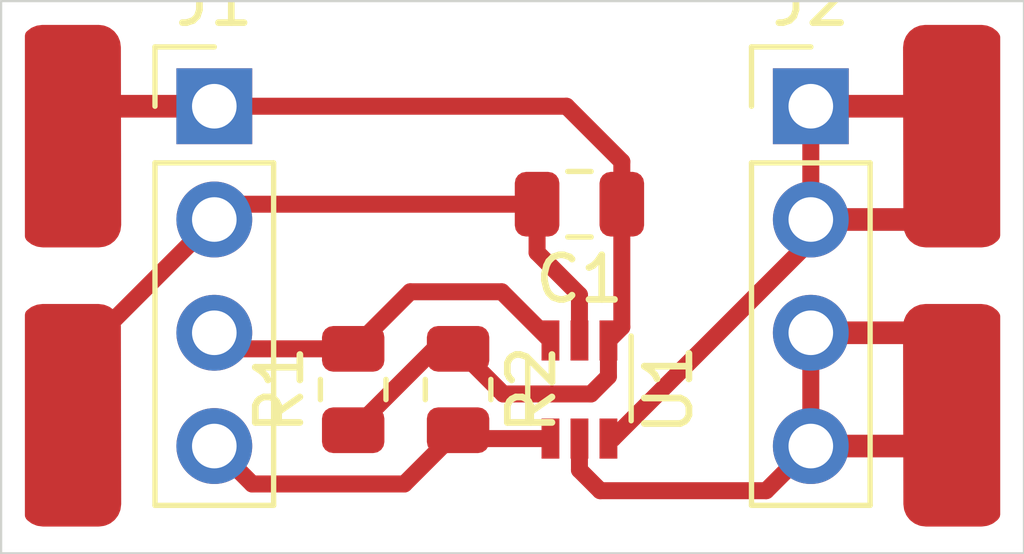
<source format=kicad_pcb>
(kicad_pcb (version 20171130) (host pcbnew "(5.1.9)-1")

  (general
    (thickness 1.6)
    (drawings 4)
    (tracks 43)
    (zones 0)
    (modules 6)
    (nets 7)
  )

  (page A4)
  (layers
    (0 F.Cu signal)
    (31 B.Cu signal)
    (32 B.Adhes user)
    (33 F.Adhes user)
    (34 B.Paste user)
    (35 F.Paste user)
    (36 B.SilkS user)
    (37 F.SilkS user hide)
    (38 B.Mask user)
    (39 F.Mask user)
    (40 Dwgs.User user)
    (41 Cmts.User user)
    (42 Eco1.User user)
    (43 Eco2.User user)
    (44 Edge.Cuts user)
    (45 Margin user)
    (46 B.CrtYd user)
    (47 F.CrtYd user)
    (48 B.Fab user)
    (49 F.Fab user hide)
  )

  (setup
    (last_trace_width 0.25)
    (user_trace_width 0.381)
    (user_trace_width 0.508)
    (trace_clearance 0.2)
    (zone_clearance 0.508)
    (zone_45_only no)
    (trace_min 0.2)
    (via_size 0.8)
    (via_drill 0.4)
    (via_min_size 0.4)
    (via_min_drill 0.3)
    (uvia_size 0.3)
    (uvia_drill 0.1)
    (uvias_allowed no)
    (uvia_min_size 0.2)
    (uvia_min_drill 0.1)
    (edge_width 0.05)
    (segment_width 0.2)
    (pcb_text_width 0.3)
    (pcb_text_size 1.5 1.5)
    (mod_edge_width 0.12)
    (mod_text_size 1 1)
    (mod_text_width 0.15)
    (pad_size 1.524 1.524)
    (pad_drill 0.762)
    (pad_to_mask_clearance 0)
    (aux_axis_origin 0 0)
    (visible_elements 7FFFFFFF)
    (pcbplotparams
      (layerselection 0x010fc_ffffffff)
      (usegerberextensions false)
      (usegerberattributes true)
      (usegerberadvancedattributes true)
      (creategerberjobfile true)
      (excludeedgelayer true)
      (linewidth 0.100000)
      (plotframeref false)
      (viasonmask false)
      (mode 1)
      (useauxorigin false)
      (hpglpennumber 1)
      (hpglpenspeed 20)
      (hpglpendiameter 15.000000)
      (psnegative false)
      (psa4output false)
      (plotreference true)
      (plotvalue true)
      (plotinvisibletext false)
      (padsonsilk false)
      (subtractmaskfromsilk false)
      (outputformat 1)
      (mirror false)
      (drillshape 1)
      (scaleselection 1)
      (outputdirectory ""))
  )

  (net 0 "")
  (net 1 GND)
  (net 2 +5V)
  (net 3 SDA)
  (net 4 SCL)
  (net 5 "Net-(J2-Pad1)")
  (net 6 "Net-(J2-Pad3)")

  (net_class Default "This is the default net class."
    (clearance 0.2)
    (trace_width 0.25)
    (via_dia 0.8)
    (via_drill 0.4)
    (uvia_dia 0.3)
    (uvia_drill 0.1)
    (add_net +5V)
    (add_net GND)
    (add_net "Net-(J2-Pad1)")
    (add_net "Net-(J2-Pad3)")
    (add_net SCL)
    (add_net SDA)
  )

  (module Resistor_SMD:R_0805_2012Metric (layer F.Cu) (tedit 5F68FEEE) (tstamp 60D5D35E)
    (at 150.2156 112.88014 270)
    (descr "Resistor SMD 0805 (2012 Metric), square (rectangular) end terminal, IPC_7351 nominal, (Body size source: IPC-SM-782 page 72, https://www.pcb-3d.com/wordpress/wp-content/uploads/ipc-sm-782a_amendment_1_and_2.pdf), generated with kicad-footprint-generator")
    (tags resistor)
    (path /60D5F6F4)
    (attr smd)
    (fp_text reference R2 (at 0 -1.65 90) (layer F.SilkS)
      (effects (font (size 1 1) (thickness 0.15)))
    )
    (fp_text value R (at 0 1.65 90) (layer F.Fab)
      (effects (font (size 1 1) (thickness 0.15)))
    )
    (fp_text user %R (at 0 0 90) (layer F.Fab)
      (effects (font (size 0.5 0.5) (thickness 0.08)))
    )
    (fp_line (start -1 0.625) (end -1 -0.625) (layer F.Fab) (width 0.1))
    (fp_line (start -1 -0.625) (end 1 -0.625) (layer F.Fab) (width 0.1))
    (fp_line (start 1 -0.625) (end 1 0.625) (layer F.Fab) (width 0.1))
    (fp_line (start 1 0.625) (end -1 0.625) (layer F.Fab) (width 0.1))
    (fp_line (start -0.227064 -0.735) (end 0.227064 -0.735) (layer F.SilkS) (width 0.12))
    (fp_line (start -0.227064 0.735) (end 0.227064 0.735) (layer F.SilkS) (width 0.12))
    (fp_line (start -1.68 0.95) (end -1.68 -0.95) (layer F.CrtYd) (width 0.05))
    (fp_line (start -1.68 -0.95) (end 1.68 -0.95) (layer F.CrtYd) (width 0.05))
    (fp_line (start 1.68 -0.95) (end 1.68 0.95) (layer F.CrtYd) (width 0.05))
    (fp_line (start 1.68 0.95) (end -1.68 0.95) (layer F.CrtYd) (width 0.05))
    (pad 2 smd roundrect (at 0.9125 0 270) (size 1.025 1.4) (layers F.Cu F.Paste F.Mask) (roundrect_rratio 0.243902)
      (net 3 SDA))
    (pad 1 smd roundrect (at -0.9125 0 270) (size 1.025 1.4) (layers F.Cu F.Paste F.Mask) (roundrect_rratio 0.243902)
      (net 2 +5V))
    (model ${KISYS3DMOD}/Resistor_SMD.3dshapes/R_0805_2012Metric.wrl
      (at (xyz 0 0 0))
      (scale (xyz 1 1 1))
      (rotate (xyz 0 0 0))
    )
  )

  (module Resistor_SMD:R_0805_2012Metric (layer F.Cu) (tedit 5F68FEEE) (tstamp 60D5D34D)
    (at 147.86356 112.88014 90)
    (descr "Resistor SMD 0805 (2012 Metric), square (rectangular) end terminal, IPC_7351 nominal, (Body size source: IPC-SM-782 page 72, https://www.pcb-3d.com/wordpress/wp-content/uploads/ipc-sm-782a_amendment_1_and_2.pdf), generated with kicad-footprint-generator")
    (tags resistor)
    (path /60D60549)
    (attr smd)
    (fp_text reference R1 (at 0 -1.65 90) (layer F.SilkS)
      (effects (font (size 1 1) (thickness 0.15)))
    )
    (fp_text value R (at 0 1.65 90) (layer F.Fab)
      (effects (font (size 1 1) (thickness 0.15)))
    )
    (fp_text user %R (at 0.06604 0.66802 90) (layer F.Fab)
      (effects (font (size 0.5 0.5) (thickness 0.08)))
    )
    (fp_line (start -1 0.625) (end -1 -0.625) (layer F.Fab) (width 0.1))
    (fp_line (start -1 -0.625) (end 1 -0.625) (layer F.Fab) (width 0.1))
    (fp_line (start 1 -0.625) (end 1 0.625) (layer F.Fab) (width 0.1))
    (fp_line (start 1 0.625) (end -1 0.625) (layer F.Fab) (width 0.1))
    (fp_line (start -0.227064 -0.735) (end 0.227064 -0.735) (layer F.SilkS) (width 0.12))
    (fp_line (start -0.227064 0.735) (end 0.227064 0.735) (layer F.SilkS) (width 0.12))
    (fp_line (start -1.68 0.95) (end -1.68 -0.95) (layer F.CrtYd) (width 0.05))
    (fp_line (start -1.68 -0.95) (end 1.68 -0.95) (layer F.CrtYd) (width 0.05))
    (fp_line (start 1.68 -0.95) (end 1.68 0.95) (layer F.CrtYd) (width 0.05))
    (fp_line (start 1.68 0.95) (end -1.68 0.95) (layer F.CrtYd) (width 0.05))
    (pad 2 smd roundrect (at 0.9125 0 90) (size 1.025 1.4) (layers F.Cu F.Paste F.Mask) (roundrect_rratio 0.243902)
      (net 4 SCL))
    (pad 1 smd roundrect (at -0.9125 0 90) (size 1.025 1.4) (layers F.Cu F.Paste F.Mask) (roundrect_rratio 0.243902)
      (net 2 +5V))
    (model ${KISYS3DMOD}/Resistor_SMD.3dshapes/R_0805_2012Metric.wrl
      (at (xyz 0 0 0))
      (scale (xyz 1 1 1))
      (rotate (xyz 0 0 0))
    )
  )

  (module Connector_PinHeader_2.54mm:PinHeader_1x04_P2.54mm_Vertical (layer F.Cu) (tedit 59FED5CC) (tstamp 60D608E4)
    (at 158.12516 106.5276)
    (descr "Through hole straight pin header, 1x04, 2.54mm pitch, single row")
    (tags "Through hole pin header THT 1x04 2.54mm single row")
    (path /60D6AB71)
    (fp_text reference J2 (at 0 -2.33) (layer F.SilkS)
      (effects (font (size 1 1) (thickness 0.15)))
    )
    (fp_text value Conn_01x04_Male (at 0 9.95) (layer F.Fab)
      (effects (font (size 1 1) (thickness 0.15)))
    )
    (fp_line (start 1.8 -1.8) (end -1.8 -1.8) (layer F.CrtYd) (width 0.05))
    (fp_line (start 1.8 9.4) (end 1.8 -1.8) (layer F.CrtYd) (width 0.05))
    (fp_line (start -1.8 9.4) (end 1.8 9.4) (layer F.CrtYd) (width 0.05))
    (fp_line (start -1.8 -1.8) (end -1.8 9.4) (layer F.CrtYd) (width 0.05))
    (fp_line (start -1.33 -1.33) (end 0 -1.33) (layer F.SilkS) (width 0.12))
    (fp_line (start -1.33 0) (end -1.33 -1.33) (layer F.SilkS) (width 0.12))
    (fp_line (start -1.33 1.27) (end 1.33 1.27) (layer F.SilkS) (width 0.12))
    (fp_line (start 1.33 1.27) (end 1.33 8.95) (layer F.SilkS) (width 0.12))
    (fp_line (start -1.33 1.27) (end -1.33 8.95) (layer F.SilkS) (width 0.12))
    (fp_line (start -1.33 8.95) (end 1.33 8.95) (layer F.SilkS) (width 0.12))
    (fp_line (start -1.27 -0.635) (end -0.635 -1.27) (layer F.Fab) (width 0.1))
    (fp_line (start -1.27 8.89) (end -1.27 -0.635) (layer F.Fab) (width 0.1))
    (fp_line (start 1.27 8.89) (end -1.27 8.89) (layer F.Fab) (width 0.1))
    (fp_line (start 1.27 -1.27) (end 1.27 8.89) (layer F.Fab) (width 0.1))
    (fp_line (start -0.635 -1.27) (end 1.27 -1.27) (layer F.Fab) (width 0.1))
    (fp_text user %R (at 0 3.81 90) (layer F.Fab)
      (effects (font (size 1 1) (thickness 0.15)))
    )
    (pad 4 thru_hole oval (at 0 7.62) (size 1.7 1.7) (drill 1) (layers *.Cu *.Mask)
      (net 6 "Net-(J2-Pad3)"))
    (pad 3 thru_hole oval (at 0 5.08) (size 1.7 1.7) (drill 1) (layers *.Cu *.Mask)
      (net 6 "Net-(J2-Pad3)"))
    (pad 2 thru_hole oval (at 0 2.54) (size 1.7 1.7) (drill 1) (layers *.Cu *.Mask)
      (net 5 "Net-(J2-Pad1)"))
    (pad 1 thru_hole rect (at 0 0) (size 1.7 1.7) (drill 1) (layers *.Cu *.Mask)
      (net 5 "Net-(J2-Pad1)"))
    (model ${KISYS3DMOD}/Connector_PinHeader_2.54mm.3dshapes/PinHeader_1x04_P2.54mm_Vertical.wrl
      (at (xyz 0 0 0))
      (scale (xyz 1 1 1))
      (rotate (xyz 0 0 0))
    )
  )

  (module Package_TO_SOT_SMD:Texas_R-PDSO-G6 (layer F.Cu) (tedit 5A02FF57) (tstamp 60D608FA)
    (at 152.93721 112.88014 270)
    (descr "R-PDSO-G6, http://www.ti.com/lit/ds/slis144b/slis144b.pdf")
    (tags "R-PDSO-G6 SC-70-6")
    (path /60D5AA60)
    (attr smd)
    (fp_text reference U1 (at 0 -2 90) (layer F.SilkS)
      (effects (font (size 1 1) (thickness 0.15)))
    )
    (fp_text value TPL0401A-10-Q1 (at 0 2 90) (layer F.Fab)
      (effects (font (size 1 1) (thickness 0.15)))
    )
    (fp_line (start -0.175 -1.1) (end -0.675 -0.6) (layer F.Fab) (width 0.1))
    (fp_line (start 0.675 1.1) (end -0.675 1.1) (layer F.Fab) (width 0.1))
    (fp_line (start 0.675 -1.1) (end 0.675 1.1) (layer F.Fab) (width 0.1))
    (fp_line (start -1.6 1.4) (end 1.6 1.4) (layer F.CrtYd) (width 0.05))
    (fp_line (start -0.675 -0.6) (end -0.675 1.1) (layer F.Fab) (width 0.1))
    (fp_line (start 0.675 -1.1) (end -0.175 -1.1) (layer F.Fab) (width 0.1))
    (fp_line (start -1.6 -1.4) (end 1.6 -1.4) (layer F.CrtYd) (width 0.05))
    (fp_line (start -1.6 -1.4) (end -1.6 1.4) (layer F.CrtYd) (width 0.05))
    (fp_line (start 1.6 1.4) (end 1.6 -1.4) (layer F.CrtYd) (width 0.05))
    (fp_line (start -0.7 1.16) (end 0.7 1.16) (layer F.SilkS) (width 0.12))
    (fp_line (start 0.7 -1.16) (end -1.2 -1.16) (layer F.SilkS) (width 0.12))
    (fp_text user %R (at 0 0) (layer F.Fab)
      (effects (font (size 0.5 0.5) (thickness 0.075)))
    )
    (pad 6 smd rect (at 1.1 -0.65 270) (size 0.9 0.4) (layers F.Cu F.Paste F.Mask)
      (net 5 "Net-(J2-Pad1)"))
    (pad 4 smd rect (at 1.1 0.65 270) (size 0.9 0.4) (layers F.Cu F.Paste F.Mask)
      (net 3 SDA))
    (pad 2 smd rect (at -1.1 0 270) (size 0.9 0.4) (layers F.Cu F.Paste F.Mask)
      (net 1 GND))
    (pad 5 smd rect (at 1.1 0 270) (size 0.9 0.4) (layers F.Cu F.Paste F.Mask)
      (net 6 "Net-(J2-Pad3)"))
    (pad 3 smd rect (at -1.1 0.65 270) (size 0.9 0.4) (layers F.Cu F.Paste F.Mask)
      (net 4 SCL))
    (pad 1 smd rect (at -1.1 -0.65 270) (size 0.9 0.4) (layers F.Cu F.Paste F.Mask)
      (net 2 +5V))
    (model ${KISYS3DMOD}/Package_TO_SOT_SMD.3dshapes/SOT-363_SC-70-6.wrl
      (at (xyz 0 0 0))
      (scale (xyz 1 1 1))
      (rotate (xyz 0 0 0))
    )
  )

  (module Connector_PinHeader_2.54mm:PinHeader_1x04_P2.54mm_Vertical (layer F.Cu) (tedit 59FED5CC) (tstamp 60D608CE)
    (at 144.74926 106.5276)
    (descr "Through hole straight pin header, 1x04, 2.54mm pitch, single row")
    (tags "Through hole pin header THT 1x04 2.54mm single row")
    (path /60D5B895)
    (fp_text reference J1 (at 0 -2.33) (layer F.SilkS)
      (effects (font (size 1 1) (thickness 0.15)))
    )
    (fp_text value Conn_01x04_Male (at 0 9.95) (layer F.Fab)
      (effects (font (size 1 1) (thickness 0.15)))
    )
    (fp_line (start 1.8 -1.8) (end -1.8 -1.8) (layer F.CrtYd) (width 0.05))
    (fp_line (start 1.8 9.4) (end 1.8 -1.8) (layer F.CrtYd) (width 0.05))
    (fp_line (start -1.8 9.4) (end 1.8 9.4) (layer F.CrtYd) (width 0.05))
    (fp_line (start -1.8 -1.8) (end -1.8 9.4) (layer F.CrtYd) (width 0.05))
    (fp_line (start -1.33 -1.33) (end 0 -1.33) (layer F.SilkS) (width 0.12))
    (fp_line (start -1.33 0) (end -1.33 -1.33) (layer F.SilkS) (width 0.12))
    (fp_line (start -1.33 1.27) (end 1.33 1.27) (layer F.SilkS) (width 0.12))
    (fp_line (start 1.33 1.27) (end 1.33 8.95) (layer F.SilkS) (width 0.12))
    (fp_line (start -1.33 1.27) (end -1.33 8.95) (layer F.SilkS) (width 0.12))
    (fp_line (start -1.33 8.95) (end 1.33 8.95) (layer F.SilkS) (width 0.12))
    (fp_line (start -1.27 -0.635) (end -0.635 -1.27) (layer F.Fab) (width 0.1))
    (fp_line (start -1.27 8.89) (end -1.27 -0.635) (layer F.Fab) (width 0.1))
    (fp_line (start 1.27 8.89) (end -1.27 8.89) (layer F.Fab) (width 0.1))
    (fp_line (start 1.27 -1.27) (end 1.27 8.89) (layer F.Fab) (width 0.1))
    (fp_line (start -0.635 -1.27) (end 1.27 -1.27) (layer F.Fab) (width 0.1))
    (fp_text user %R (at 0 3.81 90) (layer F.Fab)
      (effects (font (size 1 1) (thickness 0.15)))
    )
    (pad 4 thru_hole oval (at 0 7.62) (size 1.7 1.7) (drill 1) (layers *.Cu *.Mask)
      (net 3 SDA))
    (pad 3 thru_hole oval (at 0 5.08) (size 1.7 1.7) (drill 1) (layers *.Cu *.Mask)
      (net 4 SCL))
    (pad 2 thru_hole oval (at 0 2.54) (size 1.7 1.7) (drill 1) (layers *.Cu *.Mask)
      (net 1 GND))
    (pad 1 thru_hole rect (at 0 0) (size 1.7 1.7) (drill 1) (layers *.Cu *.Mask)
      (net 2 +5V))
    (model ${KISYS3DMOD}/Connector_PinHeader_2.54mm.3dshapes/PinHeader_1x04_P2.54mm_Vertical.wrl
      (at (xyz 0 0 0))
      (scale (xyz 1 1 1))
      (rotate (xyz 0 0 0))
    )
  )

  (module Capacitor_SMD:C_0805_2012Metric (layer F.Cu) (tedit 5F68FEEE) (tstamp 60D608B6)
    (at 152.93721 108.7247 180)
    (descr "Capacitor SMD 0805 (2012 Metric), square (rectangular) end terminal, IPC_7351 nominal, (Body size source: IPC-SM-782 page 76, https://www.pcb-3d.com/wordpress/wp-content/uploads/ipc-sm-782a_amendment_1_and_2.pdf, https://docs.google.com/spreadsheets/d/1BsfQQcO9C6DZCsRaXUlFlo91Tg2WpOkGARC1WS5S8t0/edit?usp=sharing), generated with kicad-footprint-generator")
    (tags capacitor)
    (path /60D62721)
    (attr smd)
    (fp_text reference C1 (at 0 -1.68) (layer F.SilkS)
      (effects (font (size 1 1) (thickness 0.15)))
    )
    (fp_text value C (at 0 1.68) (layer F.Fab)
      (effects (font (size 1 1) (thickness 0.15)))
    )
    (fp_line (start 1.7 0.98) (end -1.7 0.98) (layer F.CrtYd) (width 0.05))
    (fp_line (start 1.7 -0.98) (end 1.7 0.98) (layer F.CrtYd) (width 0.05))
    (fp_line (start -1.7 -0.98) (end 1.7 -0.98) (layer F.CrtYd) (width 0.05))
    (fp_line (start -1.7 0.98) (end -1.7 -0.98) (layer F.CrtYd) (width 0.05))
    (fp_line (start -0.261252 0.735) (end 0.261252 0.735) (layer F.SilkS) (width 0.12))
    (fp_line (start -0.261252 -0.735) (end 0.261252 -0.735) (layer F.SilkS) (width 0.12))
    (fp_line (start 1 0.625) (end -1 0.625) (layer F.Fab) (width 0.1))
    (fp_line (start 1 -0.625) (end 1 0.625) (layer F.Fab) (width 0.1))
    (fp_line (start -1 -0.625) (end 1 -0.625) (layer F.Fab) (width 0.1))
    (fp_line (start -1 0.625) (end -1 -0.625) (layer F.Fab) (width 0.1))
    (fp_text user %R (at 0 0) (layer F.Fab)
      (effects (font (size 0.5 0.5) (thickness 0.08)))
    )
    (pad 2 smd roundrect (at 0.95 0 180) (size 1 1.45) (layers F.Cu F.Paste F.Mask) (roundrect_rratio 0.25)
      (net 1 GND))
    (pad 1 smd roundrect (at -0.95 0 180) (size 1 1.45) (layers F.Cu F.Paste F.Mask) (roundrect_rratio 0.25)
      (net 2 +5V))
    (model ${KISYS3DMOD}/Capacitor_SMD.3dshapes/C_0805_2012Metric.wrl
      (at (xyz 0 0 0))
      (scale (xyz 1 1 1))
      (rotate (xyz 0 0 0))
    )
  )

  (gr_line (start 139.96898 104.17048) (end 139.96898 116.55298) (layer Edge.Cuts) (width 0.05) (tstamp 60D61A72))
  (gr_line (start 162.90544 104.17048) (end 162.90544 116.55298) (layer Edge.Cuts) (width 0.05) (tstamp 60D61A71))
  (gr_line (start 139.96898 116.55298) (end 162.90544 116.55298) (layer Edge.Cuts) (width 0.05) (tstamp 60D61A68))
  (gr_line (start 139.96898 104.17048) (end 162.90544 104.17048) (layer Edge.Cuts) (width 0.05))

  (segment (start 151.98721 109.80797) (end 152.93721 110.75797) (width 0.381) (layer F.Cu) (net 1))
  (segment (start 152.93721 110.75797) (end 152.93721 111.78014) (width 0.381) (layer F.Cu) (net 1))
  (segment (start 151.98721 108.7247) (end 151.98721 109.80797) (width 0.381) (layer F.Cu) (net 1))
  (segment (start 144.74926 109.0676) (end 141.87144 111.94542) (width 0.381) (layer F.Cu) (net 1))
  (segment (start 145.09216 108.7247) (end 144.74926 109.0676) (width 0.381) (layer F.Cu) (net 1))
  (segment (start 151.98721 108.7247) (end 145.09216 108.7247) (width 0.381) (layer F.Cu) (net 1))
  (segment (start 153.88721 111.48014) (end 153.58721 111.78014) (width 0.381) (layer F.Cu) (net 2))
  (segment (start 153.88721 108.7247) (end 153.88721 111.48014) (width 0.381) (layer F.Cu) (net 2))
  (segment (start 144.74926 106.5276) (end 141.7546 106.5276) (width 0.508) (layer F.Cu) (net 2))
  (segment (start 149.68856 111.96764) (end 147.86356 113.79264) (width 0.381) (layer F.Cu) (net 2))
  (segment (start 150.2156 111.96764) (end 149.68856 111.96764) (width 0.381) (layer F.Cu) (net 2))
  (segment (start 151.22716 112.9792) (end 150.2156 111.96764) (width 0.381) (layer F.Cu) (net 2))
  (segment (start 153.19502 112.9792) (end 151.22716 112.9792) (width 0.381) (layer F.Cu) (net 2))
  (segment (start 153.58721 112.58701) (end 153.19502 112.9792) (width 0.381) (layer F.Cu) (net 2))
  (segment (start 153.58721 111.78014) (end 153.58721 112.58701) (width 0.381) (layer F.Cu) (net 2))
  (segment (start 152.64638 106.5276) (end 144.74926 106.5276) (width 0.381) (layer F.Cu) (net 2))
  (segment (start 153.88721 107.76843) (end 152.64638 106.5276) (width 0.381) (layer F.Cu) (net 2))
  (segment (start 153.88721 108.7247) (end 153.88721 107.76843) (width 0.381) (layer F.Cu) (net 2))
  (segment (start 144.91672 113.98014) (end 144.74926 114.1476) (width 0.381) (layer F.Cu) (net 3))
  (segment (start 150.4031 113.98014) (end 150.2156 113.79264) (width 0.381) (layer F.Cu) (net 3))
  (segment (start 152.28721 113.98014) (end 150.4031 113.98014) (width 0.381) (layer F.Cu) (net 3))
  (segment (start 145.599259 114.997599) (end 144.74926 114.1476) (width 0.381) (layer F.Cu) (net 3))
  (segment (start 149.010641 114.997599) (end 145.599259 114.997599) (width 0.381) (layer F.Cu) (net 3))
  (segment (start 150.2156 113.79264) (end 149.010641 114.997599) (width 0.381) (layer F.Cu) (net 3))
  (segment (start 144.9218 111.78014) (end 144.74926 111.6076) (width 0.381) (layer F.Cu) (net 4))
  (segment (start 145.1093 111.96764) (end 144.74926 111.6076) (width 0.381) (layer F.Cu) (net 4))
  (segment (start 147.86356 111.96764) (end 145.1093 111.96764) (width 0.381) (layer F.Cu) (net 4))
  (segment (start 151.19519 110.68812) (end 152.28721 111.78014) (width 0.381) (layer F.Cu) (net 4))
  (segment (start 149.14308 110.68812) (end 151.19519 110.68812) (width 0.381) (layer F.Cu) (net 4))
  (segment (start 147.86356 111.96764) (end 149.14308 110.68812) (width 0.381) (layer F.Cu) (net 4))
  (segment (start 158.12516 109.0676) (end 158.12516 106.5276) (width 0.381) (layer F.Cu) (net 5))
  (segment (start 158.12516 106.5276) (end 161.06394 106.5276) (width 0.508) (layer F.Cu) (net 5))
  (segment (start 158.12516 109.0676) (end 160.52546 109.0676) (width 0.508) (layer F.Cu) (net 5))
  (segment (start 158.12516 109.54258) (end 158.12516 109.0676) (width 0.381) (layer F.Cu) (net 5))
  (segment (start 153.6876 113.98014) (end 158.12516 109.54258) (width 0.381) (layer F.Cu) (net 5))
  (segment (start 153.58721 113.98014) (end 153.6876 113.98014) (width 0.381) (layer F.Cu) (net 5))
  (segment (start 152.93721 114.683042) (end 152.93721 113.98014) (width 0.381) (layer F.Cu) (net 6))
  (segment (start 153.402528 115.14836) (end 152.93721 114.683042) (width 0.381) (layer F.Cu) (net 6))
  (segment (start 157.1244 115.14836) (end 153.402528 115.14836) (width 0.381) (layer F.Cu) (net 6))
  (segment (start 158.12516 114.1476) (end 157.1244 115.14836) (width 0.381) (layer F.Cu) (net 6))
  (segment (start 158.12516 114.1476) (end 158.12516 111.6076) (width 0.381) (layer F.Cu) (net 6))
  (segment (start 158.12516 111.6076) (end 160.95472 111.6076) (width 0.508) (layer F.Cu) (net 6))
  (segment (start 158.12516 114.1476) (end 161.08172 114.1476) (width 0.508) (layer F.Cu) (net 6))

  (zone (net 2) (net_name +5V) (layer F.Cu) (tstamp 0) (hatch edge 0.508)
    (connect_pads (clearance 0.508))
    (min_thickness 0.254)
    (fill yes (arc_segments 32) (thermal_gap 0.508) (thermal_bridge_width 0.508) (smoothing fillet) (radius 0.5))
    (polygon
      (pts
        (xy 142.66265 109.693699) (xy 140.40459 109.693699) (xy 140.3957 104.702599) (xy 142.65376 104.702599)
      )
    )
    (filled_polygon
      (pts
        (xy 142.250802 104.843337) (xy 142.340411 104.880407) (xy 142.417392 104.939386) (xy 142.476508 105.016263) (xy 142.513741 105.105812)
        (xy 142.527664 105.210246) (xy 142.534743 109.184705) (xy 142.521131 109.289418) (xy 142.484054 109.379269) (xy 142.424967 109.456438)
        (xy 142.347901 109.515665) (xy 142.258121 109.552899) (xy 142.153425 109.566699) (xy 140.912015 109.566699) (xy 140.807548 109.552961)
        (xy 140.717939 109.515891) (xy 140.640958 109.456912) (xy 140.62898 109.441335) (xy 140.62898 104.94561) (xy 140.633383 104.93986)
        (xy 140.710449 104.880633) (xy 140.800229 104.843399) (xy 140.898241 104.83048) (xy 142.153034 104.83048)
      )
    )
  )
  (zone (net 1) (net_name GND) (layer F.Cu) (tstamp 60D61B2A) (hatch edge 0.508)
    (connect_pads (clearance 0.508))
    (min_thickness 0.254)
    (fill yes (arc_segments 32) (thermal_gap 0.508) (thermal_bridge_width 0.508) (smoothing fillet) (radius 0.5))
    (polygon
      (pts
        (xy 142.66265 115.9526) (xy 140.40459 115.9526) (xy 140.3957 110.9615) (xy 142.65376 110.9615)
      )
    )
    (filled_polygon
      (pts
        (xy 142.250802 111.102238) (xy 142.340411 111.139308) (xy 142.417392 111.198287) (xy 142.476508 111.275164) (xy 142.513741 111.364713)
        (xy 142.527664 111.469147) (xy 142.534743 115.443606) (xy 142.521131 115.548319) (xy 142.484054 115.63817) (xy 142.424967 115.715339)
        (xy 142.347901 115.774566) (xy 142.258121 115.8118) (xy 142.153425 115.8256) (xy 140.912015 115.8256) (xy 140.807548 115.811862)
        (xy 140.717939 115.774792) (xy 140.640958 115.715813) (xy 140.62898 115.700236) (xy 140.62898 111.204511) (xy 140.633383 111.198761)
        (xy 140.710449 111.139534) (xy 140.800229 111.1023) (xy 140.904925 111.0885) (xy 142.146335 111.0885)
      )
    )
  )
  (zone (net 6) (net_name "Net-(J2-Pad3)") (layer F.Cu) (tstamp 60D61BD2) (hatch edge 0.508)
    (connect_pads (clearance 0.508))
    (min_thickness 0.254)
    (fill yes (arc_segments 32) (thermal_gap 0.508) (thermal_bridge_width 0.508) (smoothing fillet) (radius 0.5))
    (polygon
      (pts
        (xy 162.45967 115.9526) (xy 160.20161 115.9526) (xy 160.19272 110.9615) (xy 162.45078 110.9615)
      )
    )
    (filled_polygon
      (pts
        (xy 162.047822 111.102238) (xy 162.137431 111.139308) (xy 162.214412 111.198287) (xy 162.245441 111.238638) (xy 162.245441 115.684708)
        (xy 162.221987 115.715339) (xy 162.144921 115.774566) (xy 162.055141 115.8118) (xy 161.950445 115.8256) (xy 160.709035 115.8256)
        (xy 160.604568 115.811862) (xy 160.514959 115.774792) (xy 160.437978 115.715813) (xy 160.378862 115.638936) (xy 160.341629 115.549387)
        (xy 160.327706 115.444953) (xy 160.320627 111.470494) (xy 160.334239 111.365781) (xy 160.371316 111.27593) (xy 160.430403 111.198761)
        (xy 160.507469 111.139534) (xy 160.597249 111.1023) (xy 160.701945 111.0885) (xy 161.943355 111.0885)
      )
    )
  )
  (zone (net 5) (net_name "Net-(J2-Pad1)") (layer F.Cu) (tstamp 60D61BD1) (hatch edge 0.508)
    (connect_pads (clearance 0.508))
    (min_thickness 0.254)
    (fill yes (arc_segments 32) (thermal_gap 0.508) (thermal_bridge_width 0.508) (smoothing fillet) (radius 0.5))
    (polygon
      (pts
        (xy 162.45967 109.693699) (xy 160.20161 109.693699) (xy 160.19272 104.702599) (xy 162.45078 104.702599)
      )
    )
    (filled_polygon
      (pts
        (xy 162.047822 104.843337) (xy 162.137431 104.880407) (xy 162.214412 104.939386) (xy 162.24544 104.979736) (xy 162.24544 109.425807)
        (xy 162.221987 109.456438) (xy 162.144921 109.515665) (xy 162.055141 109.552899) (xy 161.950445 109.566699) (xy 160.709035 109.566699)
        (xy 160.604568 109.552961) (xy 160.514959 109.515891) (xy 160.437978 109.456912) (xy 160.378862 109.380035) (xy 160.341629 109.290486)
        (xy 160.327706 109.186052) (xy 160.320627 105.211593) (xy 160.334239 105.10688) (xy 160.371316 105.017029) (xy 160.430403 104.93986)
        (xy 160.507469 104.880633) (xy 160.597249 104.843399) (xy 160.695261 104.83048) (xy 161.950054 104.83048)
      )
    )
  )
)

</source>
